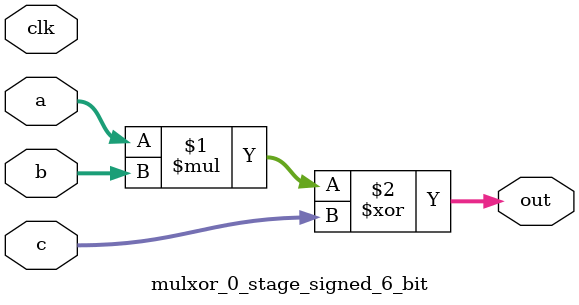
<source format=sv>
(* use_dsp = "yes" *) module mulxor_0_stage_signed_6_bit(
	input signed [5:0] a,
	input signed [5:0] b,
	input signed [5:0] c,
	output [5:0] out,
	input clk);

	assign out = (a * b) ^ c;
endmodule

</source>
